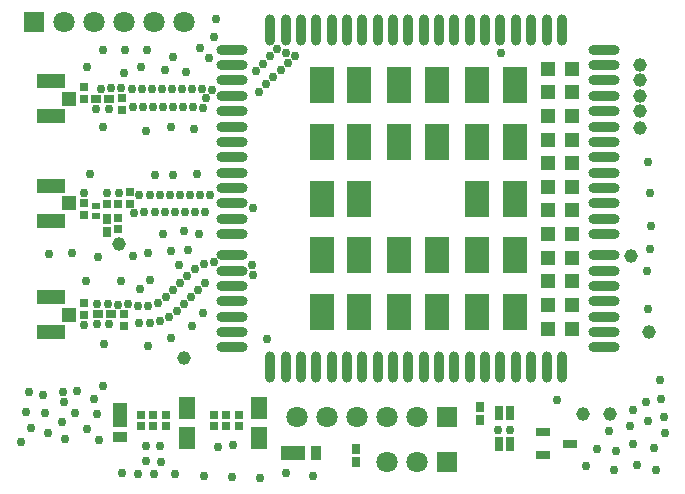
<source format=gts>
G04*
G04 #@! TF.GenerationSoftware,Altium Limited,Altium Designer,20.0.13 (296)*
G04*
G04 Layer_Color=8388736*
%FSLAX25Y25*%
%MOIN*%
G70*
G01*
G75*
%ADD33R,0.02953X0.04724*%
%ADD34R,0.04921X0.03150*%
%ADD35R,0.03150X0.01968*%
%ADD36R,0.09252X0.04724*%
%ADD37R,0.04724X0.04528*%
%ADD38R,0.02953X0.03543*%
%ADD39R,0.03543X0.02953*%
%ADD40R,0.05512X0.07677*%
G04:AMPARAMS|DCode=41|XSize=104.33mil|YSize=34.25mil|CornerRadius=17.13mil|HoleSize=0mil|Usage=FLASHONLY|Rotation=180.000|XOffset=0mil|YOffset=0mil|HoleType=Round|Shape=RoundedRectangle|*
%AMROUNDEDRECTD41*
21,1,0.10433,0.00000,0,0,180.0*
21,1,0.07008,0.03425,0,0,180.0*
1,1,0.03425,-0.03504,0.00000*
1,1,0.03425,0.03504,0.00000*
1,1,0.03425,0.03504,0.00000*
1,1,0.03425,-0.03504,0.00000*
%
%ADD41ROUNDEDRECTD41*%
G04:AMPARAMS|DCode=42|XSize=104.33mil|YSize=34.25mil|CornerRadius=17.13mil|HoleSize=0mil|Usage=FLASHONLY|Rotation=270.000|XOffset=0mil|YOffset=0mil|HoleType=Round|Shape=RoundedRectangle|*
%AMROUNDEDRECTD42*
21,1,0.10433,0.00000,0,0,270.0*
21,1,0.07008,0.03425,0,0,270.0*
1,1,0.03425,0.00000,-0.03504*
1,1,0.03425,0.00000,0.03504*
1,1,0.03425,0.00000,0.03504*
1,1,0.03425,0.00000,-0.03504*
%
%ADD42ROUNDEDRECTD42*%
%ADD43R,0.08465X0.12402*%
%ADD44R,0.04921X0.04921*%
%ADD45R,0.08465X0.04921*%
%ADD46R,0.03740X0.04921*%
%ADD47R,0.04921X0.08465*%
%ADD48R,0.04921X0.03740*%
%ADD49R,0.03032X0.02795*%
%ADD50R,0.02795X0.03032*%
%ADD51C,0.04528*%
%ADD52R,0.07087X0.07087*%
%ADD53C,0.07087*%
%ADD54C,0.02953*%
D33*
X163465Y24626D02*
D03*
Y14193D02*
D03*
X167402D02*
D03*
Y24626D02*
D03*
D34*
X178347Y18032D02*
D03*
Y10551D02*
D03*
X187402Y14291D02*
D03*
D35*
X29134Y93602D02*
D03*
Y90256D02*
D03*
D36*
X14253Y63089D02*
D03*
Y51475D02*
D03*
Y100136D02*
D03*
Y88522D02*
D03*
X14174Y135097D02*
D03*
Y123483D02*
D03*
D37*
X20256Y57282D02*
D03*
Y94329D02*
D03*
X20178Y129290D02*
D03*
D38*
X32835Y84842D02*
D03*
Y89173D02*
D03*
X115866Y8307D02*
D03*
Y12638D02*
D03*
X157323Y26496D02*
D03*
Y22165D02*
D03*
D39*
X29409Y129252D02*
D03*
X33740D02*
D03*
X34213Y57402D02*
D03*
X29882D02*
D03*
D40*
X59488Y15984D02*
D03*
Y26221D02*
D03*
X83583Y15984D02*
D03*
Y26221D02*
D03*
D41*
X198721Y46339D02*
D03*
Y51457D02*
D03*
Y56575D02*
D03*
Y61693D02*
D03*
Y66811D02*
D03*
Y71929D02*
D03*
Y77047D02*
D03*
Y94370D02*
D03*
Y99488D02*
D03*
Y104606D02*
D03*
Y109724D02*
D03*
Y114842D02*
D03*
Y119961D02*
D03*
Y125079D02*
D03*
Y130197D02*
D03*
Y135315D02*
D03*
Y140433D02*
D03*
Y145551D02*
D03*
X74705D02*
D03*
Y140433D02*
D03*
Y135315D02*
D03*
Y130197D02*
D03*
Y125079D02*
D03*
Y119961D02*
D03*
Y114842D02*
D03*
Y109724D02*
D03*
Y104606D02*
D03*
Y99488D02*
D03*
Y94370D02*
D03*
Y77047D02*
D03*
Y71929D02*
D03*
Y66811D02*
D03*
Y61693D02*
D03*
Y56575D02*
D03*
Y51457D02*
D03*
Y46339D02*
D03*
X198721Y84134D02*
D03*
Y89252D02*
D03*
X74705D02*
D03*
Y84134D02*
D03*
D42*
X174311Y152047D02*
D03*
X169193D02*
D03*
X164075D02*
D03*
X158957D02*
D03*
X153839D02*
D03*
X148721D02*
D03*
X143602D02*
D03*
X138484D02*
D03*
X133366D02*
D03*
X128248D02*
D03*
X123130D02*
D03*
X118012D02*
D03*
X112894D02*
D03*
X107776D02*
D03*
X102657D02*
D03*
X97539D02*
D03*
X92421D02*
D03*
X87303D02*
D03*
Y39843D02*
D03*
X92421D02*
D03*
X97539D02*
D03*
X102657D02*
D03*
X107776D02*
D03*
X112894D02*
D03*
X118012D02*
D03*
X123130D02*
D03*
X128248D02*
D03*
X133366D02*
D03*
X138484D02*
D03*
X143602D02*
D03*
X148721D02*
D03*
X153839D02*
D03*
X158957D02*
D03*
X164075D02*
D03*
X169193D02*
D03*
X174311D02*
D03*
X179429D02*
D03*
X184547D02*
D03*
X179429Y152047D02*
D03*
X184547D02*
D03*
D43*
X104429Y58150D02*
D03*
Y77047D02*
D03*
Y95945D02*
D03*
Y114842D02*
D03*
Y133740D02*
D03*
X117028Y58150D02*
D03*
Y77047D02*
D03*
Y95945D02*
D03*
Y114842D02*
D03*
Y133740D02*
D03*
X130413Y58150D02*
D03*
Y77047D02*
D03*
Y114842D02*
D03*
Y133740D02*
D03*
X143012Y58150D02*
D03*
Y77047D02*
D03*
Y114842D02*
D03*
Y133740D02*
D03*
X156398Y58150D02*
D03*
Y77047D02*
D03*
Y95945D02*
D03*
Y114842D02*
D03*
Y133740D02*
D03*
X168996Y58150D02*
D03*
Y77047D02*
D03*
Y95945D02*
D03*
Y114842D02*
D03*
Y133740D02*
D03*
D44*
X180020Y52638D02*
D03*
Y60512D02*
D03*
Y68386D02*
D03*
Y76260D02*
D03*
Y84134D02*
D03*
Y92008D02*
D03*
Y99882D02*
D03*
Y107756D02*
D03*
Y115630D02*
D03*
Y123504D02*
D03*
Y131378D02*
D03*
Y139252D02*
D03*
X187894Y52638D02*
D03*
Y60512D02*
D03*
Y68386D02*
D03*
Y76260D02*
D03*
Y84134D02*
D03*
Y92008D02*
D03*
Y99882D02*
D03*
Y107756D02*
D03*
Y115630D02*
D03*
Y123504D02*
D03*
Y131378D02*
D03*
Y139252D02*
D03*
D45*
X94961Y11181D02*
D03*
D46*
X102441D02*
D03*
D47*
X37362Y23898D02*
D03*
D48*
Y16417D02*
D03*
D49*
X48297Y20000D02*
D03*
Y23779D02*
D03*
X76917Y20000D02*
D03*
Y23779D02*
D03*
X68513Y20000D02*
D03*
Y23779D02*
D03*
X52499Y20000D02*
D03*
Y23779D02*
D03*
X44094Y20000D02*
D03*
Y23779D02*
D03*
X72715Y20000D02*
D03*
Y23779D02*
D03*
X37835Y125551D02*
D03*
Y129331D02*
D03*
X25315Y132992D02*
D03*
Y129213D02*
D03*
X25336Y90629D02*
D03*
Y94409D02*
D03*
X40433Y98071D02*
D03*
Y94291D02*
D03*
X38740Y53622D02*
D03*
Y57402D02*
D03*
X25315Y61063D02*
D03*
Y57284D02*
D03*
X36654Y89449D02*
D03*
Y85669D02*
D03*
D50*
X36614Y94252D02*
D03*
X32835D02*
D03*
D51*
X200630Y24173D02*
D03*
X191575D02*
D03*
X213661Y51535D02*
D03*
X36929Y80827D02*
D03*
X210705Y119374D02*
D03*
X210512Y125118D02*
D03*
Y135354D02*
D03*
X58622Y42913D02*
D03*
X210512Y130276D02*
D03*
Y140551D02*
D03*
X207520Y76968D02*
D03*
D52*
X146339Y8150D02*
D03*
X8740Y154685D02*
D03*
X146260Y23307D02*
D03*
D53*
X136260Y8150D02*
D03*
X126260D02*
D03*
X28740Y154685D02*
D03*
X18740D02*
D03*
X38740D02*
D03*
X48740D02*
D03*
X58740D02*
D03*
X96260Y23307D02*
D03*
X106260D02*
D03*
X116260D02*
D03*
X136260D02*
D03*
X126260D02*
D03*
D54*
X163256Y18850D02*
D03*
X167288Y18950D02*
D03*
X182953Y28780D02*
D03*
X212874Y71969D02*
D03*
X208268Y25354D02*
D03*
X4173Y14685D02*
D03*
X30089Y15314D02*
D03*
X31693Y33386D02*
D03*
X32008Y47638D02*
D03*
X31693Y119961D02*
D03*
X69095Y155709D02*
D03*
X68465Y149724D02*
D03*
X66929Y142756D02*
D03*
X63898Y145984D02*
D03*
X56968Y73819D02*
D03*
X41457Y76929D02*
D03*
X27126Y104016D02*
D03*
X26299Y139842D02*
D03*
X38583Y137953D02*
D03*
X31732Y145394D02*
D03*
X38865Y145386D02*
D03*
X46137Y145528D02*
D03*
X54976Y143104D02*
D03*
X59095Y138268D02*
D03*
X52267Y138685D02*
D03*
X44291Y139685D02*
D03*
X61968Y119291D02*
D03*
X54134Y119724D02*
D03*
X45866Y118583D02*
D03*
X62835Y104055D02*
D03*
X54843Y103740D02*
D03*
X48845Y103896D02*
D03*
X21186Y77662D02*
D03*
X13504Y77362D02*
D03*
X26024Y68425D02*
D03*
X37520Y68543D02*
D03*
X43858Y65827D02*
D03*
X47323Y68661D02*
D03*
X29882Y76417D02*
D03*
X59961Y78661D02*
D03*
X54331Y78311D02*
D03*
X46654Y77795D02*
D03*
X51614Y84291D02*
D03*
X58622Y85158D02*
D03*
X63583Y84291D02*
D03*
X64921Y57953D02*
D03*
X61339Y53504D02*
D03*
X54173Y49606D02*
D03*
X46457Y46850D02*
D03*
X212638Y28307D02*
D03*
X101693Y3622D02*
D03*
X92441Y4370D02*
D03*
X83976Y2874D02*
D03*
X65276Y3386D02*
D03*
X74488Y3110D02*
D03*
X75000Y13858D02*
D03*
X69764Y13110D02*
D03*
X55551Y4134D02*
D03*
X48583D02*
D03*
X43347D02*
D03*
X37835Y4606D02*
D03*
X46063Y8622D02*
D03*
X51063Y8110D02*
D03*
X50551Y13583D02*
D03*
X46063Y13347D02*
D03*
X29646Y24055D02*
D03*
X28622Y29055D02*
D03*
X26142Y19094D02*
D03*
X18898Y15827D02*
D03*
X17913Y21339D02*
D03*
X13189Y17835D02*
D03*
X7437Y19334D02*
D03*
X5945Y24803D02*
D03*
X11693Y30551D02*
D03*
X12165Y24567D02*
D03*
X18425Y28071D02*
D03*
X22402Y24567D02*
D03*
X22913Y31811D02*
D03*
X18150Y31535D02*
D03*
X6929D02*
D03*
X209646Y7126D02*
D03*
X218858Y17835D02*
D03*
X213858Y97874D02*
D03*
X214124Y86651D02*
D03*
X213858Y79173D02*
D03*
X218425Y23071D02*
D03*
X217362Y35551D02*
D03*
X217598Y29291D02*
D03*
X207402Y20079D02*
D03*
X192677Y6850D02*
D03*
X196181Y12362D02*
D03*
X200276Y18543D02*
D03*
X202480Y11772D02*
D03*
X201890Y5630D02*
D03*
X215869Y5373D02*
D03*
X215276Y12913D02*
D03*
X208386Y14095D02*
D03*
X213228Y59252D02*
D03*
X213386Y21654D02*
D03*
X25394Y53858D02*
D03*
X29724Y53976D02*
D03*
X29528Y60787D02*
D03*
X25157Y97716D02*
D03*
X32835Y97677D02*
D03*
X68541Y74705D02*
D03*
X65256Y73988D02*
D03*
X62269Y72444D02*
D03*
X59743Y70225D02*
D03*
X57366Y67847D02*
D03*
X54989Y65470D02*
D03*
X52611Y63092D02*
D03*
X49980Y60999D02*
D03*
X46697Y60275D02*
D03*
X43335D02*
D03*
X40002Y60720D02*
D03*
X36643Y60568D02*
D03*
X33289Y60807D02*
D03*
X33679Y53997D02*
D03*
X43741Y54528D02*
D03*
X47103Y54558D02*
D03*
X50425Y55073D02*
D03*
X53497Y56439D02*
D03*
X56151Y58504D02*
D03*
X58528Y60882D02*
D03*
X60906Y63259D02*
D03*
X63283Y65636D02*
D03*
X65749Y67922D02*
D03*
X81534Y70482D02*
D03*
X81313Y73837D02*
D03*
X67279Y97204D02*
D03*
X63916D02*
D03*
X60554D02*
D03*
X57192D02*
D03*
X53830D02*
D03*
X50468D02*
D03*
X47105D02*
D03*
X43743D02*
D03*
X37045Y97696D02*
D03*
X42055Y91045D02*
D03*
X45392Y91457D02*
D03*
X48754D02*
D03*
X52116D02*
D03*
X55479D02*
D03*
X58841D02*
D03*
X62203D02*
D03*
X65565D02*
D03*
X81534Y92923D02*
D03*
X89528Y145827D02*
D03*
X87241Y143313D02*
D03*
X84864Y140935D02*
D03*
X82486Y138558D02*
D03*
X67967Y132232D02*
D03*
X64626Y132606D02*
D03*
X61273Y132361D02*
D03*
X57911D02*
D03*
X54548D02*
D03*
X51186D02*
D03*
X47824D02*
D03*
X44462D02*
D03*
X41100D02*
D03*
X37751Y132657D02*
D03*
X34388Y132657D02*
D03*
X31063Y132598D02*
D03*
X29409Y125748D02*
D03*
X33622D02*
D03*
X41506Y126615D02*
D03*
X44868D02*
D03*
X48230D02*
D03*
X51592D02*
D03*
X54954D02*
D03*
X58317D02*
D03*
X61679D02*
D03*
X65017Y126208D02*
D03*
X83659Y131603D02*
D03*
X86036Y133981D02*
D03*
X88414Y136358D02*
D03*
X90791Y138736D02*
D03*
X93169Y141113D02*
D03*
X95675Y143354D02*
D03*
X65945Y129488D02*
D03*
X164094Y144567D02*
D03*
X92480Y144488D02*
D03*
X213150Y108150D02*
D03*
X86339Y49291D02*
D03*
M02*

</source>
